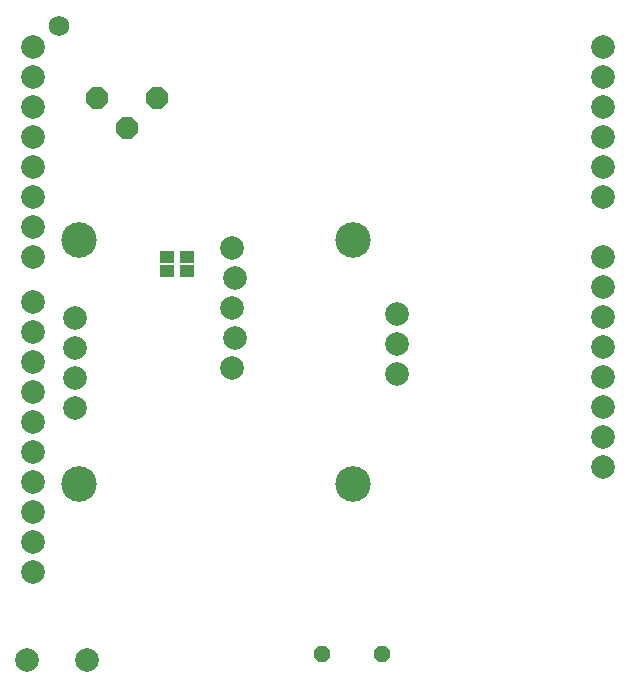
<source format=gbs>
G75*
%MOIN*%
%OFA0B0*%
%FSLAX25Y25*%
%IPPOS*%
%LPD*%
%AMOC8*
5,1,8,0,0,1.08239X$1,22.5*
%
%ADD10C,0.07900*%
%ADD11C,0.11839*%
%ADD12OC8,0.07100*%
%ADD13OC8,0.05300*%
%ADD14R,0.04831X0.04437*%
%ADD15C,0.06800*%
D10*
X0042223Y0074196D03*
X0062301Y0074196D03*
X0044152Y0103369D03*
X0044152Y0113369D03*
X0044152Y0123369D03*
X0044152Y0133369D03*
X0044152Y0143369D03*
X0044152Y0153369D03*
X0044152Y0163369D03*
X0044152Y0173369D03*
X0044152Y0183369D03*
X0044152Y0193369D03*
X0044152Y0208369D03*
X0044152Y0218369D03*
X0044152Y0228369D03*
X0044152Y0238369D03*
X0044152Y0248369D03*
X0044152Y0258369D03*
X0044152Y0268369D03*
X0044152Y0278369D03*
X0110463Y0211440D03*
X0111463Y0201440D03*
X0110463Y0191440D03*
X0111463Y0181440D03*
X0110463Y0171440D03*
X0058364Y0168212D03*
X0058364Y0178212D03*
X0058364Y0188212D03*
X0058364Y0158212D03*
X0165460Y0169340D03*
X0165460Y0179340D03*
X0165460Y0189340D03*
X0234152Y0188369D03*
X0234152Y0198369D03*
X0234152Y0208369D03*
X0234152Y0228369D03*
X0234152Y0238369D03*
X0234152Y0248369D03*
X0234152Y0258369D03*
X0234152Y0268369D03*
X0234152Y0278369D03*
X0234152Y0178369D03*
X0234152Y0168369D03*
X0234152Y0158369D03*
X0234152Y0148369D03*
X0234152Y0138369D03*
D11*
X0151081Y0132621D03*
X0151081Y0214117D03*
X0059742Y0214117D03*
X0059742Y0132621D03*
D12*
X0075609Y0251519D03*
X0085609Y0261519D03*
X0065609Y0261519D03*
D13*
X0140523Y0076100D03*
X0160523Y0076100D03*
D14*
X0095616Y0203630D03*
X0095616Y0208430D03*
X0088924Y0208430D03*
X0088924Y0203630D03*
D15*
X0053050Y0285350D03*
M02*

</source>
